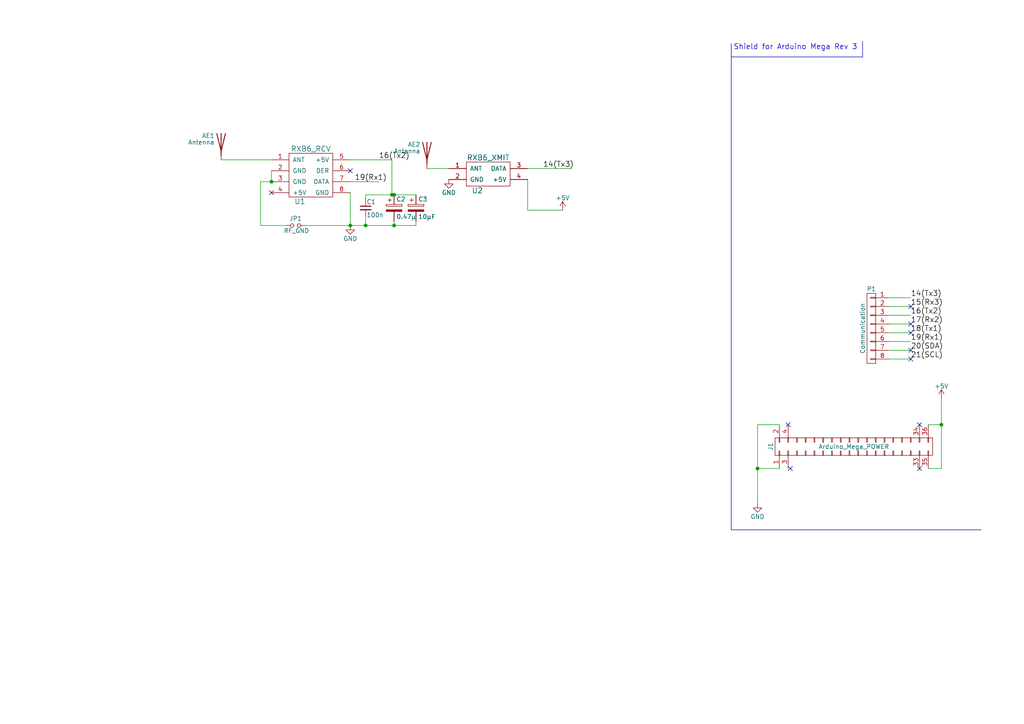
<source format=kicad_sch>
(kicad_sch (version 20230121) (generator eeschema)
  (paper "A4")
  (title_block (date "mar. 31 mars 2015"))
  (lib_symbols
    (symbol "Arduino_Mega-rescue:+5V" (power) (pin_names (offset 0))
      (property "Value" "+5V" (at 0 3.556 0))
      (symbol "+5V_0_1"
        (polyline (pts (xy -0.762 1.27) (xy 0 2.54)))
        (polyline (pts (xy 0 0) (xy 0 2.54)))
        (polyline (pts (xy 0 2.54) (xy 0.762 1.27)))
      )
      (symbol "+5V_1_1"
        (pin power_in line (at 0 0 90) (length 0) hide (name "+5V") (number "1"))
      )
    )
    (symbol "Arduino_Mega-rescue:ARDUINO_MEGA_POWER" (pin_names (offset 0.0254) hide)
      (property "Reference" "J" (at 0 24.13 0))
      (property "Value" "ARDUINO_MEGA_POWER" (at 0 0 90))
      (symbol "ARDUINO_MEGA_POWER_0_1"
        (rectangle (start -2.54 -21.463) (end -1.27 -21.717))
        (rectangle (start -2.54 -18.923) (end -1.27 -19.177))
        (rectangle (start -2.54 -16.383) (end -1.27 -16.637))
        (rectangle (start -2.54 -13.843) (end -1.27 -14.097))
        (rectangle (start -2.54 -11.303) (end -1.27 -11.557))
        (rectangle (start -2.54 -8.763) (end -1.27 -9.017))
        (rectangle (start -2.54 -6.223) (end -1.27 -6.477))
        (rectangle (start -2.54 -3.683) (end -1.27 -3.937))
        (rectangle (start -2.54 -1.143) (end -1.27 -1.397))
        (rectangle (start -2.54 1.397) (end -1.27 1.143))
        (rectangle (start -2.54 3.937) (end -1.27 3.683))
        (rectangle (start -2.54 6.477) (end -1.27 6.223))
        (rectangle (start -2.54 9.017) (end -1.27 8.763))
        (rectangle (start -2.54 11.557) (end -1.27 11.303))
        (rectangle (start -2.54 14.097) (end -1.27 13.843))
        (rectangle (start -2.54 16.637) (end -1.27 16.383))
        (rectangle (start -2.54 19.177) (end -1.27 18.923))
        (rectangle (start -2.54 21.717) (end -1.27 21.463))
        (rectangle (start -2.54 22.86) (end 2.54 -22.86))
        (rectangle (start 1.27 -21.463) (end 2.54 -21.717))
        (rectangle (start 1.27 -18.923) (end 2.54 -19.177))
        (rectangle (start 1.27 -16.383) (end 2.54 -16.637))
        (rectangle (start 1.27 -13.843) (end 2.54 -14.097))
        (rectangle (start 1.27 -11.303) (end 2.54 -11.557))
        (rectangle (start 1.27 -8.763) (end 2.54 -9.017))
        (rectangle (start 1.27 -6.223) (end 2.54 -6.477))
        (rectangle (start 1.27 -3.683) (end 2.54 -3.937))
        (rectangle (start 1.27 -1.143) (end 2.54 -1.397))
        (rectangle (start 1.27 1.397) (end 2.54 1.143))
        (rectangle (start 1.27 3.937) (end 2.54 3.683))
        (rectangle (start 1.27 6.477) (end 2.54 6.223))
        (rectangle (start 1.27 9.017) (end 2.54 8.763))
        (rectangle (start 1.27 11.557) (end 2.54 11.303))
        (rectangle (start 1.27 14.097) (end 2.54 13.843))
        (rectangle (start 1.27 16.637) (end 2.54 16.383))
        (rectangle (start 1.27 19.177) (end 2.54 18.923))
        (rectangle (start 1.27 21.717) (end 2.54 21.463))
      )
      (symbol "ARDUINO_MEGA_POWER_1_1"
        (pin passive line (at -6.35 21.59 0) (length 3.81) (name "P1") (number "1"))
        (pin passive line (at 6.35 21.59 180) (length 3.81) (name "P2") (number "2"))
        (pin passive line (at -6.35 19.05 0) (length 3.81) (name "P3") (number "3"))
        (pin passive line (at -6.35 -19.05 0) (length 3.81) (name "P33") (number "33"))
        (pin passive line (at 6.35 -19.05 180) (length 3.81) (name "P34") (number "34"))
        (pin passive line (at -6.35 -21.59 0) (length 3.81) (name "P35") (number "35"))
        (pin passive line (at 6.35 -21.59 180) (length 3.81) (name "P36") (number "36"))
        (pin passive line (at 6.35 19.05 180) (length 3.81) (name "P4") (number "4"))
      )
    )
    (symbol "Arduino_Mega-rescue:Antenna" (pin_numbers hide) (pin_names (offset 1.016) hide)
      (property "Reference" "AE" (at -1.905 1.905 0))
      (property "Value" "Antenna" (at -1.905 0 0))
      (symbol "Antenna_0_1"
        (polyline (pts (xy 0 2.54) (xy 0 -3.81)) (stroke (width 0.254)))
        (polyline (pts (xy 1.27 2.54) (xy 0 -2.54) (xy -1.27 2.54)) (stroke (width 0.254)))
      )
      (symbol "Antenna_1_1"
        (pin input line (at 0 -5.08 90) (length 2.54) (name "A") (number "1"))
      )
    )
    (symbol "Arduino_Mega-rescue:CONN_01X08" (pin_names (offset 1.016) hide)
      (property "Reference" "J" (at 0 11.43 0))
      (property "Value" "CONN_01X08" (at 2.54 0 90))
      (symbol "CONN_01X08_0_1"
        (rectangle (start -1.27 -10.16) (end 1.27 10.16))
        (rectangle (start -1.27 -8.763) (end 0.254 -9.017))
        (rectangle (start -1.27 -6.223) (end 0.254 -6.477))
        (rectangle (start -1.27 -3.683) (end 0.254 -3.937))
        (rectangle (start -1.27 -1.143) (end 0.254 -1.397))
        (rectangle (start -1.27 1.397) (end 0.254 1.143))
        (rectangle (start -1.27 3.937) (end 0.254 3.683))
        (rectangle (start -1.27 6.477) (end 0.254 6.223))
        (rectangle (start -1.27 9.017) (end 0.254 8.763))
      )
      (symbol "CONN_01X08_1_1"
        (pin passive line (at -5.08 8.89 0) (length 3.81) (name "P1") (number "1"))
        (pin passive line (at -5.08 6.35 0) (length 3.81) (name "P2") (number "2"))
        (pin passive line (at -5.08 3.81 0) (length 3.81) (name "P3") (number "3"))
        (pin passive line (at -5.08 1.27 0) (length 3.81) (name "P4") (number "4"))
        (pin passive line (at -5.08 -1.27 0) (length 3.81) (name "P5") (number "5"))
        (pin passive line (at -5.08 -3.81 0) (length 3.81) (name "P6") (number "6"))
        (pin passive line (at -5.08 -6.35 0) (length 3.81) (name "P7") (number "7"))
        (pin passive line (at -5.08 -8.89 0) (length 3.81) (name "P8") (number "8"))
      )
    )
    (symbol "Arduino_Mega-rescue:CP" (pin_numbers hide) (pin_names (offset 0.254))
      (property "Reference" "C" (at 0.635 2.54 0))
      (property "Value" "CP" (at 0.635 -2.54 0))
      (symbol "CP_0_1"
        (rectangle (start -2.286 0.508) (end -2.286 1.016))
        (rectangle (start -2.286 0.508) (end 2.286 0.508))
        (polyline (pts (xy -1.778 2.286) (xy -0.762 2.286)))
        (polyline (pts (xy -1.27 2.794) (xy -1.27 1.778)))
        (rectangle (start 2.286 -0.508) (end -2.286 -1.016) (fill (type outline)))
        (rectangle (start 2.286 1.016) (end -2.286 1.016))
        (rectangle (start 2.286 1.016) (end 2.286 0.508))
      )
      (symbol "CP_1_1"
        (pin passive line (at 0 3.81 270) (length 2.794) (name "~") (number "1"))
        (pin passive line (at 0 -3.81 90) (length 2.794) (name "~") (number "2"))
      )
    )
    (symbol "Arduino_Mega-rescue:C_Small" (pin_numbers hide) (pin_names (offset 0.254) hide)
      (property "Reference" "C" (at 0.254 1.778 0))
      (property "Value" "C_Small" (at 0.254 -2.032 0))
      (symbol "C_Small_0_1"
        (polyline (pts (xy -1.524 -0.508) (xy 1.524 -0.508)) (stroke (width 0.3302)))
        (polyline (pts (xy -1.524 0.508) (xy 1.524 0.508)) (stroke (width 0.3048)))
      )
      (symbol "C_Small_1_1"
        (pin passive line (at 0 2.54 270) (length 2.032) (name "~") (number "1"))
        (pin passive line (at 0 -2.54 90) (length 2.032) (name "~") (number "2"))
      )
    )
    (symbol "Arduino_Mega-rescue:GND" (power) (pin_names (offset 0))
      (property "Value" "GND" (at 0 -3.81 0))
      (symbol "GND_0_1"
        (polyline (pts (xy 0 0) (xy 0 -1.27) (xy 1.27 -1.27) (xy 0 -2.54) (xy -1.27 -1.27) (xy 0 -1.27)))
      )
      (symbol "GND_1_1"
        (pin power_in line (at 0 0 270) (length 0) hide (name "GND") (number "1"))
      )
    )
    (symbol "Arduino_Mega-rescue:Jumper_NO_Small" (pin_numbers hide) (pin_names (offset 0.762) hide)
      (property "Reference" "JP" (at 0 2.032 0))
      (property "Value" "Jumper_NO_Small" (at 0.254 -1.524 0))
      (symbol "Jumper_NO_Small_0_1"
        (circle (center -1.016 0) (radius 0.508))
        (circle (center 1.016 0) (radius 0.508))
        (pin passive line (at -2.54 0 0) (length 1.016) (name "1") (number "1"))
        (pin passive line (at 2.54 0 180) (length 1.016) (name "2") (number "2"))
      )
    )
    (symbol "Arduino_Mega-rescue:RXB6_RCV" (pin_names (offset 1.016))
      (property "Reference" "U" (at -3.175 -7.62 0))
      (property "Value" "RXB6_RCV" (at 0 7.62 0))
      (symbol "RXB6_RCV_0_1"
        (rectangle (start -6.35 6.35) (end 6.35 -6.35))
      )
      (symbol "RXB6_RCV_1_1"
        (pin input line (at -11.43 4.445 0) (length 5.08) (name "ANT") (number "1"))
        (pin input line (at -11.43 1.27 0) (length 5.08) (name "GND") (number "2"))
        (pin input line (at -11.43 -1.905 0) (length 5.08) (name "GND") (number "3"))
        (pin input line (at -11.43 -5.08 0) (length 5.08) (name "+5V") (number "4"))
        (pin power_in line (at 11.43 4.445 180) (length 5.08) (name "+5V") (number "5"))
        (pin input line (at 11.43 1.27 180) (length 5.08) (name "DER") (number "6"))
        (pin output line (at 11.43 -1.905 180) (length 5.08) (name "DATA") (number "7"))
        (pin power_in line (at 11.43 -5.08 180) (length 5.08) (name "GND") (number "8"))
      )
    )
    (symbol "Arduino_Mega-rescue:RXB6_XMIT" (pin_names (offset 1.016))
      (property "Reference" "U" (at -3.175 -1.905 0))
      (property "Value" "RXB6_XMIT" (at 0 7.62 0))
      (symbol "RXB6_XMIT_0_1"
        (rectangle (start -6.35 6.35) (end 6.35 -0.635))
      )
      (symbol "RXB6_XMIT_1_1"
        (pin input line (at -11.43 4.445 0) (length 5.08) (name "ANT") (number "1"))
        (pin power_in line (at -11.43 1.27 0) (length 5.08) (name "GND") (number "2"))
        (pin input line (at 11.43 4.445 180) (length 5.08) (name "DATA") (number "3"))
        (pin power_in line (at 11.43 1.27 180) (length 5.08) (name "+5V") (number "4"))
      )
    )
  )
  (junction (at 106.045 65.405))
  (junction (at 114.3 56.515))
  (junction (at 78.74 52.705))
  (junction (at 273.05 123.19))
  (junction (at 101.6 65.405))
  (junction (at 114.3 65.405))
  (junction (at 219.71 135.89))
  (junction (at 113.665 56.515))
  (no_connect (at 266.7 123.19))
  (no_connect (at 229.235 135.89))
  (no_connect (at 264.16 104.14))
  (no_connect (at 264.16 96.52))
  (no_connect (at 264.16 101.6))
  (no_connect (at 264.16 93.98))
  (no_connect (at 228.6 123.19))
  (no_connect (at 101.6 49.53))
  (no_connect (at 264.16 88.9))
  (no_connect (at 266.7 135.89))
  (no_connect (at 78.74 55.88))
  (wire (pts (xy 264.16 91.44) (xy 257.81 91.44)))
  (wire (pts (xy 106.045 65.405) (xy 106.045 62.865)))
  (wire (pts (xy 88.265 65.405) (xy 101.6 65.405)))
  (wire (pts (xy 273.05 135.89) (xy 269.24 135.89)))
  (wire (pts (xy 153.035 48.895) (xy 165.735 48.895)))
  (wire (pts (xy 273.05 123.19) (xy 273.05 135.89)))
  (wire (pts (xy 120.65 65.405) (xy 120.65 64.135)))
  (wire (pts (xy 153.035 52.07) (xy 153.035 60.96)))
  (wire (pts (xy 106.045 56.515) (xy 106.045 57.785)))
  (wire (pts (xy 219.71 123.19) (xy 219.71 135.89)))
  (wire (pts (xy 219.71 135.89) (xy 219.71 146.05)))
  (wire (pts (xy 257.81 104.14) (xy 264.16 104.14)))
  (wire (pts (xy 106.045 65.405) (xy 114.3 65.405)))
  (wire (pts (xy 257.81 93.98) (xy 264.16 93.98)))
  (wire (pts (xy 106.045 56.515) (xy 113.665 56.515)))
  (wire (pts (xy 113.665 56.515) (xy 114.3 56.515)))
  (wire (pts (xy 153.035 60.96) (xy 163.195 60.96)))
  (wire (pts (xy 113.665 46.355) (xy 113.665 56.515)))
  (wire (pts (xy 64.135 46.355) (xy 78.74 46.355)))
  (wire (pts (xy 101.6 55.88) (xy 101.6 65.405)))
  (wire (pts (xy 264.16 86.36) (xy 257.81 86.36)))
  (wire (pts (xy 226.06 123.19) (xy 219.71 123.19)))
  (wire (pts (xy 114.3 56.515) (xy 120.65 56.515)))
  (wire (pts (xy 264.16 101.6) (xy 257.81 101.6)))
  (wire (pts (xy 75.565 65.405) (xy 83.185 65.405)))
  (wire (pts (xy 226.06 135.89) (xy 219.71 135.89)))
  (wire (pts (xy 101.6 52.705) (xy 109.855 52.705)))
  (wire (pts (xy 273.05 115.57) (xy 273.05 123.19)))
  (wire (pts (xy 101.6 65.405) (xy 106.045 65.405)))
  (wire (pts (xy 264.16 96.52) (xy 257.81 96.52)))
  (wire (pts (xy 114.3 65.405) (xy 114.3 64.135)))
  (polyline (pts (xy 284.48 153.67) (xy 212.09 153.67)))
  (polyline (pts (xy 212.09 16.51) (xy 250.19 16.51)))
  (wire (pts (xy 257.81 99.06) (xy 264.16 99.06)))
  (wire (pts (xy 273.05 123.19) (xy 269.24 123.19)))
  (wire (pts (xy 78.74 49.53) (xy 78.74 52.705)))
  (polyline (pts (xy 212.09 153.67) (xy 212.09 12.7)))
  (wire (pts (xy 257.81 88.9) (xy 264.16 88.9)))
  (wire (pts (xy 101.6 46.355) (xy 113.665 46.355)))
  (wire (pts (xy 78.74 52.705) (xy 75.565 52.705)))
  (polyline (pts (xy 250.19 16.51) (xy 250.19 12.065)))
  (wire (pts (xy 123.825 48.895) (xy 130.175 48.895)))
  (wire (pts (xy 75.565 52.705) (xy 75.565 65.405)))
  (wire (pts (xy 114.3 65.405) (xy 120.65 65.405)))
  (text "Shield for Arduino Mega Rev 3" (at 212.725 14.605 0) (effects (font (size 1.524 1.524)) (justify left bottom)))
  (label "21(SCL)" (at 264.16 104.14 0) (effects (font (size 1.524 1.524))))
  (label "17(Rx2)" (at 264.16 93.98 0) (effects (font (size 1.524 1.524))))
  (label "20(SDA)" (at 264.16 101.6 0) (effects (font (size 1.524 1.524))))
  (label "16(Tx2)" (at 264.16 91.44 0) (effects (font (size 1.524 1.524))))
  (label "19(Rx1)" (at 264.16 99.06 0) (effects (font (size 1.524 1.524))))
  (label "18(Tx1)" (at 264.16 96.52 0) (effects (font (size 1.524 1.524))))
  (label "15(Rx3)" (at 264.16 88.9 0) (effects (font (size 1.524 1.524))))
  (label "16(Tx2)" (at 109.855 46.355 0) (effects (font (size 1.524 1.524))))
  (label "14(Tx3)" (at 157.48 48.895 0) (effects (font (size 1.524 1.524))))
  (label "19(Rx1)" (at 102.87 52.705 0) (effects (font (size 1.524 1.524))))
  (label "14(Tx3)" (at 264.16 86.36 0) (effects (font (size 1.524 1.524))))
  (symbol (lib_id "Arduino_Mega-rescue:CONN_01X08") (at 252.73 95.25 0) (mirror y) (unit 1)
    (property "Reference" "P1" (at 252.73 83.82 0))
    (property "Value" "Communication" (at 250.19 95.25 90))
    (property "Footprint" "Socket_Arduino_Mega:Socket_Strip_Arduino_1x08" (effects hide))
  )
  (symbol (lib_id "Arduino_Mega-rescue:GND") (at 219.71 146.05 0) (unit 1)
    (property "Reference" "#PWR01" (effects hide))
    (property "Value" "GND" (at 219.71 149.86 0))
  )
  (symbol (lib_id "Arduino_Mega-rescue:+5V") (at 273.05 115.57 0) (unit 1)
    (property "Reference" "#PWR02" (effects hide))
    (property "Value" "+5V" (at 273.05 112.014 0))
  )
  (symbol (lib_id "Arduino_Mega-rescue:GND") (at 101.6 65.405 0) (unit 1)
    (property "Reference" "#PWR03" (effects hide))
    (property "Value" "GND" (at 101.6 69.215 0))
  )
  (symbol (lib_id "Arduino_Mega-rescue:GND") (at 130.175 52.07 0) (unit 1)
    (property "Reference" "#PWR04" (effects hide))
    (property "Value" "GND" (at 130.175 55.88 0))
  )
  (symbol (lib_id "Arduino_Mega-rescue:RXB6_RCV") (at 90.17 50.8 0) (unit 1)
    (property "Reference" "U1" (at 86.995 58.42 0) (effects (font (size 1.524 1.524))))
    (property "Value" "RXB6_RCV" (at 90.17 43.18 0) (effects (font (size 1.524 1.524))))
    (property "Footprint" "RF:RCV" (effects hide))
  )
  (symbol (lib_id "Arduino_Mega-rescue:RXB6_XMIT") (at 141.605 53.34 0) (unit 1)
    (property "Reference" "U2" (at 138.43 55.245 0) (effects (font (size 1.524 1.524))))
    (property "Value" "RXB6_XMIT" (at 141.605 45.72 0) (effects (font (size 1.524 1.524))))
    (property "Footprint" "RF:XMIT" (effects hide))
  )
  (symbol (lib_id "Arduino_Mega-rescue:+5V") (at 163.195 60.96 0) (unit 1)
    (property "Reference" "#PWR05" (effects hide))
    (property "Value" "+5V" (at 163.195 57.404 0))
  )
  (symbol (lib_id "Arduino_Mega-rescue:Antenna") (at 64.135 41.275 0) (unit 1)
    (property "Reference" "AE1" (at 62.23 39.37 0) (effects (justify right)))
    (property "Value" "Antenna" (at 62.23 41.275 0) (effects (justify right)))
    (property "Footprint" "Pin_Headers:Pin_Header_Straight_1x01" (effects hide))
  )
  (symbol (lib_id "Arduino_Mega-rescue:Antenna") (at 123.825 43.815 0) (unit 1)
    (property "Reference" "AE2" (at 121.92 41.91 0) (effects (justify right)))
    (property "Value" "Antenna" (at 121.92 43.815 0) (effects (justify right)))
    (property "Footprint" "Pin_Headers:Pin_Header_Straight_1x01" (effects hide))
  )
  (symbol (lib_id "Arduino_Mega-rescue:ARDUINO_MEGA_POWER") (at 247.65 129.54 90) (unit 1)
    (property "Reference" "J1" (at 223.52 129.54 0))
    (property "Value" "Arduino_Mega_POWER" (at 247.65 129.54 90))
    (property "Footprint" "Socket_Arduino_Mega:Power_Strip_Arduino_Mega_2x18" (effects hide))
  )
  (symbol (lib_id "Arduino_Mega-rescue:Jumper_NO_Small") (at 85.725 65.405 0) (unit 1)
    (property "Reference" "JP1" (at 85.725 63.373 0))
    (property "Value" "RF_GND" (at 85.979 66.929 0))
    (property "Footprint" "Pin_Headers:Pin_Header_Straight_1x02_Pitch1.27mm" (effects hide))
  )
  (symbol (lib_id "Arduino_Mega-rescue:C_Small") (at 106.045 60.325 0) (unit 1)
    (property "Reference" "C1" (at 106.299 58.547 0) (effects (justify left)))
    (property "Value" "100n" (at 106.299 62.357 0) (effects (justify left)))
    (property "Footprint" "Capacitors_THT:C_Rect_L9.0mm_W2.5mm_P7.50mm_MKT" (effects hide))
  )
  (symbol (lib_id "Arduino_Mega-rescue:CP") (at 114.3 60.325 0) (unit 1)
    (property "Reference" "C2" (at 114.935 57.785 0) (effects (justify left)))
    (property "Value" "0.47µ" (at 114.935 62.865 0) (effects (justify left)))
    (property "Footprint" "Capacitors_THT:CP_Radial_D5.0mm_P2.00mm" (effects hide))
  )
  (symbol (lib_id "Arduino_Mega-rescue:CP") (at 120.65 60.325 0) (unit 1)
    (property "Reference" "C3" (at 121.285 57.785 0) (effects (justify left)))
    (property "Value" "10µF" (at 121.285 62.865 0) (effects (justify left)))
    (property "Footprint" "Capacitors_THT:CP_Radial_D5.0mm_P2.00mm" (effects hide))
  )
)
</source>
